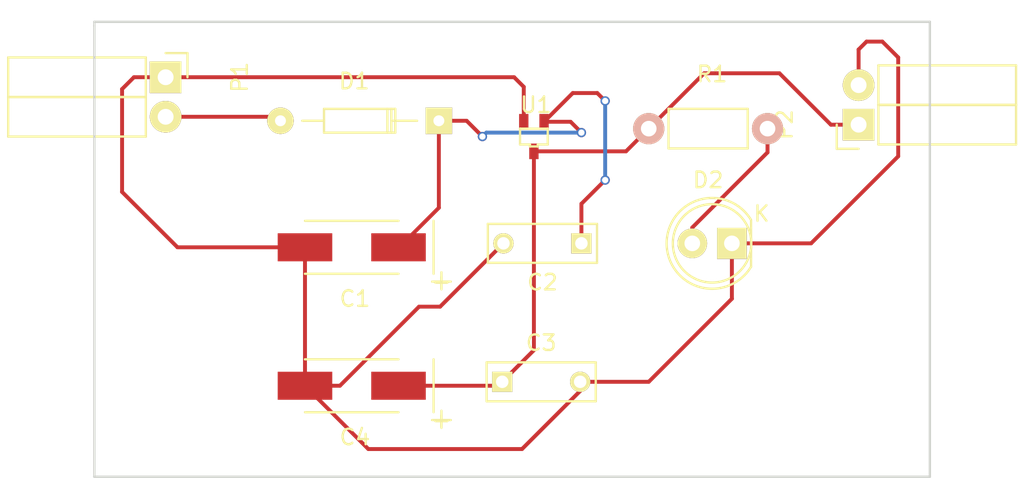
<source format=kicad_pcb>
(kicad_pcb (version 4) (host pcbnew 4.0.2+dfsg1-stable)

  (general
    (links 16)
    (no_connects 0)
    (area 100.254999 75.362999 153.999001 104.723001)
    (thickness 1.6)
    (drawings 5)
    (tracks 61)
    (zones 0)
    (modules 10)
    (nets 6)
  )

  (page A4)
  (layers
    (0 F.Cu signal)
    (31 B.Cu signal)
    (32 B.Adhes user)
    (33 F.Adhes user)
    (34 B.Paste user)
    (35 F.Paste user)
    (36 B.SilkS user)
    (37 F.SilkS user)
    (38 B.Mask user)
    (39 F.Mask user)
    (40 Dwgs.User user)
    (41 Cmts.User user)
    (42 Eco1.User user)
    (43 Eco2.User user)
    (44 Edge.Cuts user)
    (45 Margin user)
    (46 B.CrtYd user)
    (47 F.CrtYd user)
    (48 B.Fab user)
    (49 F.Fab user)
  )

  (setup
    (last_trace_width 0.25)
    (trace_clearance 0.2)
    (zone_clearance 0.508)
    (zone_45_only no)
    (trace_min 0.2)
    (segment_width 0.2)
    (edge_width 0.15)
    (via_size 0.6)
    (via_drill 0.4)
    (via_min_size 0.4)
    (via_min_drill 0.3)
    (uvia_size 0.3)
    (uvia_drill 0.1)
    (uvias_allowed no)
    (uvia_min_size 0.2)
    (uvia_min_drill 0.1)
    (pcb_text_width 0.3)
    (pcb_text_size 1.5 1.5)
    (mod_edge_width 0.15)
    (mod_text_size 1 1)
    (mod_text_width 0.15)
    (pad_size 1.524 1.524)
    (pad_drill 0.762)
    (pad_to_mask_clearance 0.2)
    (aux_axis_origin 0 0)
    (visible_elements FFFFFF7F)
    (pcbplotparams
      (layerselection 0x00030_80000001)
      (usegerberextensions false)
      (excludeedgelayer true)
      (linewidth 0.100000)
      (plotframeref false)
      (viasonmask false)
      (mode 1)
      (useauxorigin false)
      (hpglpennumber 1)
      (hpglpenspeed 20)
      (hpglpendiameter 15)
      (hpglpenoverlay 2)
      (psnegative false)
      (psa4output false)
      (plotreference true)
      (plotvalue true)
      (plotinvisibletext false)
      (padsonsilk false)
      (subtractmaskfromsilk false)
      (outputformat 1)
      (mirror false)
      (drillshape 1)
      (scaleselection 1)
      (outputdirectory ""))
  )

  (net 0 "")
  (net 1 GND)
  (net 2 "Net-(C1-Pad1)")
  (net 3 "Net-(C3-Pad1)")
  (net 4 "Net-(D1-Pad2)")
  (net 5 "Net-(D2-Pad2)")

  (net_class Default "This is the default net class."
    (clearance 0.2)
    (trace_width 0.25)
    (via_dia 0.6)
    (via_drill 0.4)
    (uvia_dia 0.3)
    (uvia_drill 0.1)
    (add_net GND)
    (add_net "Net-(C1-Pad1)")
    (add_net "Net-(C3-Pad1)")
    (add_net "Net-(D1-Pad2)")
    (add_net "Net-(D2-Pad2)")
  )

  (module Capacitors_Tantalum_SMD:TantalC_SizeC_EIA-6032_HandSoldering (layer F.Cu) (tedit 0) (tstamp 5A806EFF)
    (at 116.84 89.916 180)
    (descr "Tantal Cap. , Size C, EIA-6032, Hand Soldering,")
    (tags "Tantal Cap. , Size C, EIA-6032, Hand Soldering,")
    (path /5A806F08)
    (attr smd)
    (fp_text reference C1 (at -0.20066 -3.29946 180) (layer F.SilkS)
      (effects (font (size 1 1) (thickness 0.15)))
    )
    (fp_text value 10uF (at -0.09906 3.59918 180) (layer F.Fab)
      (effects (font (size 1 1) (thickness 0.15)))
    )
    (fp_line (start -5.25018 -1.69926) (end -5.25018 1.69926) (layer F.SilkS) (width 0.15))
    (fp_line (start 2.99974 1.69926) (end -2.99974 1.69926) (layer F.SilkS) (width 0.15))
    (fp_line (start 2.99974 -1.69926) (end -2.99974 -1.69926) (layer F.SilkS) (width 0.15))
    (fp_text user + (at -5.75056 -2.19964 180) (layer F.SilkS)
      (effects (font (size 1 1) (thickness 0.15)))
    )
    (fp_line (start -5.7531 -2.70256) (end -5.7531 -1.60274) (layer F.SilkS) (width 0.15))
    (fp_line (start -6.35254 -2.20218) (end -5.15366 -2.20218) (layer F.SilkS) (width 0.15))
    (pad 2 smd rect (at 2.99974 0 180) (size 3.50012 1.80086) (layers F.Cu F.Paste F.Mask)
      (net 1 GND))
    (pad 1 smd rect (at -2.99974 0 180) (size 3.50012 1.80086) (layers F.Cu F.Paste F.Mask)
      (net 2 "Net-(C1-Pad1)"))
    (model Capacitors_SMD.3dshapes/C_2220.wrl
      (at (xyz 0 0 0))
      (scale (xyz 1 1 1))
      (rotate (xyz 0 0 0))
    )
  )

  (module Capacitors_ThroughHole:C_Rect_L7_W2.5_P5 (layer F.Cu) (tedit 0) (tstamp 5A806F05)
    (at 131.572 89.662 180)
    (descr "Film Capacitor Length 7mm x Width 2.5mm, Pitch 5mm")
    (tags Capacitor)
    (path /5A806F63)
    (fp_text reference C2 (at 2.5 -2.5 180) (layer F.SilkS)
      (effects (font (size 1 1) (thickness 0.15)))
    )
    (fp_text value 100nF (at 2.5 2.5 180) (layer F.Fab)
      (effects (font (size 1 1) (thickness 0.15)))
    )
    (fp_line (start -1.25 -1.5) (end 6.25 -1.5) (layer F.CrtYd) (width 0.05))
    (fp_line (start 6.25 -1.5) (end 6.25 1.5) (layer F.CrtYd) (width 0.05))
    (fp_line (start 6.25 1.5) (end -1.25 1.5) (layer F.CrtYd) (width 0.05))
    (fp_line (start -1.25 1.5) (end -1.25 -1.5) (layer F.CrtYd) (width 0.05))
    (fp_line (start -1 -1.25) (end 6 -1.25) (layer F.SilkS) (width 0.15))
    (fp_line (start 6 -1.25) (end 6 1.25) (layer F.SilkS) (width 0.15))
    (fp_line (start 6 1.25) (end -1 1.25) (layer F.SilkS) (width 0.15))
    (fp_line (start -1 1.25) (end -1 -1.25) (layer F.SilkS) (width 0.15))
    (pad 1 thru_hole rect (at 0 0 180) (size 1.3 1.3) (drill 0.8) (layers *.Cu *.Mask F.SilkS)
      (net 2 "Net-(C1-Pad1)"))
    (pad 2 thru_hole circle (at 5 0 180) (size 1.3 1.3) (drill 0.8) (layers *.Cu *.Mask F.SilkS)
      (net 1 GND))
    (model Capacitors_ThroughHole.3dshapes/C_Rect_L7_W4.5_P5.wrl
      (at (xyz 0.1 0 0))
      (scale (xyz 1 1 1))
      (rotate (xyz 0 0 0))
    )
  )

  (module Capacitors_ThroughHole:C_Rect_L7_W2.5_P5 (layer F.Cu) (tedit 0) (tstamp 5A806F0B)
    (at 126.492 98.552)
    (descr "Film Capacitor Length 7mm x Width 2.5mm, Pitch 5mm")
    (tags Capacitor)
    (path /5A8073B0)
    (fp_text reference C3 (at 2.5 -2.5) (layer F.SilkS)
      (effects (font (size 1 1) (thickness 0.15)))
    )
    (fp_text value 100nF (at 2.5 2.5) (layer F.Fab)
      (effects (font (size 1 1) (thickness 0.15)))
    )
    (fp_line (start -1.25 -1.5) (end 6.25 -1.5) (layer F.CrtYd) (width 0.05))
    (fp_line (start 6.25 -1.5) (end 6.25 1.5) (layer F.CrtYd) (width 0.05))
    (fp_line (start 6.25 1.5) (end -1.25 1.5) (layer F.CrtYd) (width 0.05))
    (fp_line (start -1.25 1.5) (end -1.25 -1.5) (layer F.CrtYd) (width 0.05))
    (fp_line (start -1 -1.25) (end 6 -1.25) (layer F.SilkS) (width 0.15))
    (fp_line (start 6 -1.25) (end 6 1.25) (layer F.SilkS) (width 0.15))
    (fp_line (start 6 1.25) (end -1 1.25) (layer F.SilkS) (width 0.15))
    (fp_line (start -1 1.25) (end -1 -1.25) (layer F.SilkS) (width 0.15))
    (pad 1 thru_hole rect (at 0 0) (size 1.3 1.3) (drill 0.8) (layers *.Cu *.Mask F.SilkS)
      (net 3 "Net-(C3-Pad1)"))
    (pad 2 thru_hole circle (at 5 0) (size 1.3 1.3) (drill 0.8) (layers *.Cu *.Mask F.SilkS)
      (net 1 GND))
    (model Capacitors_ThroughHole.3dshapes/C_Rect_L7_W2_P5.wrl
      (at (xyz 0.1 0 0))
      (scale (xyz 1 1 1))
      (rotate (xyz 0 0 0))
    )
  )

  (module Capacitors_Tantalum_SMD:TantalC_SizeC_EIA-6032_HandSoldering (layer F.Cu) (tedit 0) (tstamp 5A806F11)
    (at 116.84 98.806 180)
    (descr "Tantal Cap. , Size C, EIA-6032, Hand Soldering,")
    (tags "Tantal Cap. , Size C, EIA-6032, Hand Soldering,")
    (path /5A80755B)
    (attr smd)
    (fp_text reference C4 (at -0.20066 -3.29946 180) (layer F.SilkS)
      (effects (font (size 1 1) (thickness 0.15)))
    )
    (fp_text value 220uF (at -0.09906 3.59918 180) (layer F.Fab)
      (effects (font (size 1 1) (thickness 0.15)))
    )
    (fp_line (start -5.25018 -1.69926) (end -5.25018 1.69926) (layer F.SilkS) (width 0.15))
    (fp_line (start 2.99974 1.69926) (end -2.99974 1.69926) (layer F.SilkS) (width 0.15))
    (fp_line (start 2.99974 -1.69926) (end -2.99974 -1.69926) (layer F.SilkS) (width 0.15))
    (fp_text user + (at -5.75056 -2.19964 180) (layer F.SilkS)
      (effects (font (size 1 1) (thickness 0.15)))
    )
    (fp_line (start -5.7531 -2.70256) (end -5.7531 -1.60274) (layer F.SilkS) (width 0.15))
    (fp_line (start -6.35254 -2.20218) (end -5.15366 -2.20218) (layer F.SilkS) (width 0.15))
    (pad 2 smd rect (at 2.99974 0 180) (size 3.50012 1.80086) (layers F.Cu F.Paste F.Mask)
      (net 1 GND))
    (pad 1 smd rect (at -2.99974 0 180) (size 3.50012 1.80086) (layers F.Cu F.Paste F.Mask)
      (net 3 "Net-(C3-Pad1)"))
    (model Capacitors_SMD.3dshapes/C_2220_HandSoldering.wrl
      (at (xyz 0 0 0))
      (scale (xyz 1 1 1))
      (rotate (xyz 0 0 0))
    )
  )

  (module Diodes_ThroughHole:Diode_DO-35_SOD27_Horizontal_RM10 (layer F.Cu) (tedit 552FFC30) (tstamp 5A806F17)
    (at 122.428 81.788 180)
    (descr "Diode, DO-35,  SOD27, Horizontal, RM 10mm")
    (tags "Diode, DO-35, SOD27, Horizontal, RM 10mm, 1N4148,")
    (path /5A806C45)
    (fp_text reference D1 (at 5.43052 2.53746 180) (layer F.SilkS)
      (effects (font (size 1 1) (thickness 0.15)))
    )
    (fp_text value 1N4001 (at 4.41452 -3.55854 180) (layer F.Fab)
      (effects (font (size 1 1) (thickness 0.15)))
    )
    (fp_line (start 7.36652 -0.00254) (end 8.76352 -0.00254) (layer F.SilkS) (width 0.15))
    (fp_line (start 2.92152 -0.00254) (end 1.39752 -0.00254) (layer F.SilkS) (width 0.15))
    (fp_line (start 3.30252 -0.76454) (end 3.30252 0.75946) (layer F.SilkS) (width 0.15))
    (fp_line (start 3.04852 -0.76454) (end 3.04852 0.75946) (layer F.SilkS) (width 0.15))
    (fp_line (start 2.79452 -0.00254) (end 2.79452 0.75946) (layer F.SilkS) (width 0.15))
    (fp_line (start 2.79452 0.75946) (end 7.36652 0.75946) (layer F.SilkS) (width 0.15))
    (fp_line (start 7.36652 0.75946) (end 7.36652 -0.76454) (layer F.SilkS) (width 0.15))
    (fp_line (start 7.36652 -0.76454) (end 2.79452 -0.76454) (layer F.SilkS) (width 0.15))
    (fp_line (start 2.79452 -0.76454) (end 2.79452 -0.00254) (layer F.SilkS) (width 0.15))
    (pad 2 thru_hole circle (at 10.16052 -0.00254) (size 1.69926 1.69926) (drill 0.70104) (layers *.Cu *.Mask F.SilkS)
      (net 4 "Net-(D1-Pad2)"))
    (pad 1 thru_hole rect (at 0.00052 -0.00254) (size 1.69926 1.69926) (drill 0.70104) (layers *.Cu *.Mask F.SilkS)
      (net 2 "Net-(C1-Pad1)"))
    (model Diodes_ThroughHole.3dshapes/Diode_DO-35_SOD27_Horizontal_RM10.wrl
      (at (xyz 0.2 0 0))
      (scale (xyz 0.4 0.4 0.4))
      (rotate (xyz 0 0 180))
    )
  )

  (module LEDs:LED-5MM (layer F.Cu) (tedit 5570F7EA) (tstamp 5A806F1D)
    (at 141.224 89.662 180)
    (descr "LED 5mm round vertical")
    (tags "LED 5mm round vertical")
    (path /5A807712)
    (fp_text reference D2 (at 1.524 4.064 180) (layer F.SilkS)
      (effects (font (size 1 1) (thickness 0.15)))
    )
    (fp_text value LED (at 1.524 -3.937 180) (layer F.Fab)
      (effects (font (size 1 1) (thickness 0.15)))
    )
    (fp_line (start -1.5 -1.55) (end -1.5 1.55) (layer F.CrtYd) (width 0.05))
    (fp_arc (start 1.3 0) (end -1.5 1.55) (angle -302) (layer F.CrtYd) (width 0.05))
    (fp_arc (start 1.27 0) (end -1.23 -1.5) (angle 297.5) (layer F.SilkS) (width 0.15))
    (fp_line (start -1.23 1.5) (end -1.23 -1.5) (layer F.SilkS) (width 0.15))
    (fp_circle (center 1.27 0) (end 0.97 -2.5) (layer F.SilkS) (width 0.15))
    (fp_text user K (at -1.905 1.905 180) (layer F.SilkS)
      (effects (font (size 1 1) (thickness 0.15)))
    )
    (pad 1 thru_hole rect (at 0 0 270) (size 2 1.9) (drill 1.00076) (layers *.Cu *.Mask F.SilkS)
      (net 1 GND))
    (pad 2 thru_hole circle (at 2.54 0 180) (size 1.9 1.9) (drill 1.00076) (layers *.Cu *.Mask F.SilkS)
      (net 5 "Net-(D2-Pad2)"))
    (model LEDs.3dshapes/LED-5MM.wrl
      (at (xyz 0.05 0 0))
      (scale (xyz 1 1 1))
      (rotate (xyz 0 0 90))
    )
  )

  (module Socket_Strips:Socket_Strip_Angled_1x02 (layer F.Cu) (tedit 0) (tstamp 5A806F23)
    (at 104.902 78.994 270)
    (descr "Through hole socket strip")
    (tags "socket strip")
    (path /5A806D55)
    (fp_text reference P1 (at 0 -4.75 270) (layer F.SilkS)
      (effects (font (size 1 1) (thickness 0.15)))
    )
    (fp_text value CONN_01X02 (at 0 -2.75 270) (layer F.Fab)
      (effects (font (size 1 1) (thickness 0.15)))
    )
    (fp_line (start -1.75 -1.5) (end -1.75 10.6) (layer F.CrtYd) (width 0.05))
    (fp_line (start 4.3 -1.5) (end 4.3 10.6) (layer F.CrtYd) (width 0.05))
    (fp_line (start -1.75 -1.5) (end 4.3 -1.5) (layer F.CrtYd) (width 0.05))
    (fp_line (start -1.75 10.6) (end 4.3 10.6) (layer F.CrtYd) (width 0.05))
    (fp_line (start 3.81 10.1) (end 3.81 1.27) (layer F.SilkS) (width 0.15))
    (fp_line (start 1.27 10.1) (end 3.81 10.1) (layer F.SilkS) (width 0.15))
    (fp_line (start 1.27 1.27) (end 1.27 10.1) (layer F.SilkS) (width 0.15))
    (fp_line (start 1.27 1.27) (end 3.81 1.27) (layer F.SilkS) (width 0.15))
    (fp_line (start -1.27 1.27) (end 1.27 1.27) (layer F.SilkS) (width 0.15))
    (fp_line (start 0 -1.4) (end -1.55 -1.4) (layer F.SilkS) (width 0.15))
    (fp_line (start -1.55 -1.4) (end -1.55 0) (layer F.SilkS) (width 0.15))
    (fp_line (start -1.27 1.27) (end -1.27 10.1) (layer F.SilkS) (width 0.15))
    (fp_line (start -1.27 10.1) (end 1.27 10.1) (layer F.SilkS) (width 0.15))
    (fp_line (start 1.27 10.1) (end 1.27 1.27) (layer F.SilkS) (width 0.15))
    (pad 1 thru_hole rect (at 0 0 270) (size 2.032 2.032) (drill 1.016) (layers *.Cu *.Mask F.SilkS)
      (net 1 GND))
    (pad 2 thru_hole oval (at 2.54 0 270) (size 2.032 2.032) (drill 1.016) (layers *.Cu *.Mask F.SilkS)
      (net 4 "Net-(D1-Pad2)"))
    (model Socket_Strips.3dshapes/Socket_Strip_Angled_1x02.wrl
      (at (xyz 0.05 0 0))
      (scale (xyz 1 1 1))
      (rotate (xyz 0 0 180))
    )
  )

  (module Socket_Strips:Socket_Strip_Angled_1x02 (layer F.Cu) (tedit 0) (tstamp 5A806F29)
    (at 149.352 82.042 90)
    (descr "Through hole socket strip")
    (tags "socket strip")
    (path /5A80799B)
    (fp_text reference P2 (at 0 -4.75 90) (layer F.SilkS)
      (effects (font (size 1 1) (thickness 0.15)))
    )
    (fp_text value CONN_01X02 (at 0 -2.75 90) (layer F.Fab)
      (effects (font (size 1 1) (thickness 0.15)))
    )
    (fp_line (start -1.75 -1.5) (end -1.75 10.6) (layer F.CrtYd) (width 0.05))
    (fp_line (start 4.3 -1.5) (end 4.3 10.6) (layer F.CrtYd) (width 0.05))
    (fp_line (start -1.75 -1.5) (end 4.3 -1.5) (layer F.CrtYd) (width 0.05))
    (fp_line (start -1.75 10.6) (end 4.3 10.6) (layer F.CrtYd) (width 0.05))
    (fp_line (start 3.81 10.1) (end 3.81 1.27) (layer F.SilkS) (width 0.15))
    (fp_line (start 1.27 10.1) (end 3.81 10.1) (layer F.SilkS) (width 0.15))
    (fp_line (start 1.27 1.27) (end 1.27 10.1) (layer F.SilkS) (width 0.15))
    (fp_line (start 1.27 1.27) (end 3.81 1.27) (layer F.SilkS) (width 0.15))
    (fp_line (start -1.27 1.27) (end 1.27 1.27) (layer F.SilkS) (width 0.15))
    (fp_line (start 0 -1.4) (end -1.55 -1.4) (layer F.SilkS) (width 0.15))
    (fp_line (start -1.55 -1.4) (end -1.55 0) (layer F.SilkS) (width 0.15))
    (fp_line (start -1.27 1.27) (end -1.27 10.1) (layer F.SilkS) (width 0.15))
    (fp_line (start -1.27 10.1) (end 1.27 10.1) (layer F.SilkS) (width 0.15))
    (fp_line (start 1.27 10.1) (end 1.27 1.27) (layer F.SilkS) (width 0.15))
    (pad 1 thru_hole rect (at 0 0 90) (size 2.032 2.032) (drill 1.016) (layers *.Cu *.Mask F.SilkS)
      (net 3 "Net-(C3-Pad1)"))
    (pad 2 thru_hole oval (at 2.54 0 90) (size 2.032 2.032) (drill 1.016) (layers *.Cu *.Mask F.SilkS)
      (net 1 GND))
    (model Socket_Strips.3dshapes/Socket_Strip_Angled_1x02.wrl
      (at (xyz 0.05 0 0))
      (scale (xyz 1 1 1))
      (rotate (xyz 0 0 180))
    )
  )

  (module TO_SOT_Packages_SMD:SOT-323 (layer F.Cu) (tedit 0) (tstamp 5A806F36)
    (at 128.524 82.804)
    (tags "SMD SOT")
    (path /5A80709C)
    (attr smd)
    (fp_text reference U1 (at 0.127 -2.032) (layer F.SilkS)
      (effects (font (size 1 1) (thickness 0.15)))
    )
    (fp_text value LM7805 (at 0 0) (layer F.Fab)
      (effects (font (size 1 1) (thickness 0.15)))
    )
    (fp_line (start 0.254 0.508) (end 0.889 0.508) (layer F.SilkS) (width 0.15))
    (fp_line (start 0.889 0.508) (end 0.889 -0.508) (layer F.SilkS) (width 0.15))
    (fp_line (start -0.889 -0.508) (end -0.889 0.508) (layer F.SilkS) (width 0.15))
    (fp_line (start -0.889 0.508) (end -0.254 0.508) (layer F.SilkS) (width 0.15))
    (fp_line (start 0.254 0.635) (end 0.254 0.508) (layer F.SilkS) (width 0.15))
    (fp_line (start -0.254 0.508) (end -0.254 0.635) (layer F.SilkS) (width 0.15))
    (fp_line (start 0.889 -0.508) (end -0.889 -0.508) (layer F.SilkS) (width 0.15))
    (fp_line (start -0.254 0.635) (end 0.254 0.635) (layer F.SilkS) (width 0.15))
    (pad 2 smd rect (at -0.65024 -0.94996) (size 0.59944 1.00076) (layers F.Cu F.Paste F.Mask)
      (net 1 GND))
    (pad 1 smd rect (at 0.65024 -0.94996) (size 0.59944 1.00076) (layers F.Cu F.Paste F.Mask)
      (net 2 "Net-(C1-Pad1)"))
    (pad 3 smd rect (at 0 0.94996) (size 0.59944 1.00076) (layers F.Cu F.Paste F.Mask)
      (net 3 "Net-(C3-Pad1)"))
    (model TO_SOT_Packages_SMD.3dshapes/SOT-323.wrl
      (at (xyz 0 0 0.001))
      (scale (xyz 0.3937 0.3937 0.3937))
      (rotate (xyz 0 0 0))
    )
  )

  (module Resistors_ThroughHole:Resistor_Horizontal_RM7mm (layer F.Cu) (tedit 569FCF07) (tstamp 5A806F2F)
    (at 135.89 82.296)
    (descr "Resistor, Axial,  RM 7.62mm, 1/3W,")
    (tags "Resistor Axial RM 7.62mm 1/3W R3")
    (path /5A8076A1)
    (fp_text reference R1 (at 4.05892 -3.50012) (layer F.SilkS)
      (effects (font (size 1 1) (thickness 0.15)))
    )
    (fp_text value 1k (at 3.81 3.81) (layer F.Fab)
      (effects (font (size 1 1) (thickness 0.15)))
    )
    (fp_line (start -1.25 -1.5) (end 8.85 -1.5) (layer F.CrtYd) (width 0.05))
    (fp_line (start -1.25 1.5) (end -1.25 -1.5) (layer F.CrtYd) (width 0.05))
    (fp_line (start 8.85 -1.5) (end 8.85 1.5) (layer F.CrtYd) (width 0.05))
    (fp_line (start -1.25 1.5) (end 8.85 1.5) (layer F.CrtYd) (width 0.05))
    (fp_line (start 1.27 -1.27) (end 6.35 -1.27) (layer F.SilkS) (width 0.15))
    (fp_line (start 6.35 -1.27) (end 6.35 1.27) (layer F.SilkS) (width 0.15))
    (fp_line (start 6.35 1.27) (end 1.27 1.27) (layer F.SilkS) (width 0.15))
    (fp_line (start 1.27 1.27) (end 1.27 -1.27) (layer F.SilkS) (width 0.15))
    (pad 1 thru_hole circle (at 0 0) (size 1.99898 1.99898) (drill 1.00076) (layers *.Cu *.SilkS *.Mask)
      (net 3 "Net-(C3-Pad1)"))
    (pad 2 thru_hole circle (at 7.62 0) (size 1.99898 1.99898) (drill 1.00076) (layers *.Cu *.SilkS *.Mask)
      (net 5 "Net-(D2-Pad2)"))
    (model Resistors_ThroughHole.3dshapes/Resistor_Horizontal_RM10mm.wrl
      (at (xyz 0.15 0 0))
      (scale (xyz 0.3 0.3 0.3))
      (rotate (xyz 0 0 0))
    )
  )

  (gr_line (start 100.33 75.438) (end 100.33 75.692) (angle 90) (layer Edge.Cuts) (width 0.15))
  (gr_line (start 153.924 75.438) (end 100.33 75.438) (angle 90) (layer Edge.Cuts) (width 0.15))
  (gr_line (start 153.924 104.648) (end 153.924 75.438) (angle 90) (layer Edge.Cuts) (width 0.15))
  (gr_line (start 100.33 104.648) (end 153.924 104.648) (angle 90) (layer Edge.Cuts) (width 0.15))
  (gr_line (start 100.33 75.692) (end 100.33 104.648) (angle 90) (layer Edge.Cuts) (width 0.15))

  (segment (start 141.224 89.662) (end 146.304 89.662) (width 0.25) (layer F.Cu) (net 1) (status 400000))
  (segment (start 149.352 77.216) (end 149.352 79.502) (width 0.25) (layer F.Cu) (net 1) (tstamp 5A80736F) (status 800000))
  (segment (start 149.86 76.708) (end 149.352 77.216) (width 0.25) (layer F.Cu) (net 1) (tstamp 5A80736E))
  (segment (start 150.876 76.708) (end 149.86 76.708) (width 0.25) (layer F.Cu) (net 1) (tstamp 5A80736C))
  (segment (start 151.892 77.724) (end 150.876 76.708) (width 0.25) (layer F.Cu) (net 1) (tstamp 5A80736A))
  (segment (start 151.892 84.074) (end 151.892 77.724) (width 0.25) (layer F.Cu) (net 1) (tstamp 5A807368))
  (segment (start 146.304 89.662) (end 151.892 84.074) (width 0.25) (layer F.Cu) (net 1) (tstamp 5A807366))
  (segment (start 141.224 89.662) (end 141.224 93.218) (width 0.25) (layer F.Cu) (net 1) (status 400000))
  (segment (start 135.89 98.552) (end 131.492 98.552) (width 0.25) (layer F.Cu) (net 1) (tstamp 5A807362) (status 800000))
  (segment (start 141.224 93.218) (end 135.89 98.552) (width 0.25) (layer F.Cu) (net 1) (tstamp 5A807360))
  (segment (start 113.84026 98.806) (end 116.078 98.806) (width 0.25) (layer F.Cu) (net 1))
  (segment (start 122.508 93.726) (end 126.572 89.662) (width 0.25) (layer F.Cu) (net 1) (tstamp 5A807322))
  (segment (start 121.158 93.726) (end 122.508 93.726) (width 0.25) (layer F.Cu) (net 1) (tstamp 5A807320))
  (segment (start 116.078 98.806) (end 121.158 93.726) (width 0.25) (layer F.Cu) (net 1) (tstamp 5A80731E))
  (segment (start 131.492 98.552) (end 131.492 99.14) (width 0.25) (layer F.Cu) (net 1))
  (segment (start 131.492 99.14) (end 127.762 102.87) (width 0.25) (layer F.Cu) (net 1) (tstamp 5A807316))
  (segment (start 127.762 102.87) (end 117.90426 102.87) (width 0.25) (layer F.Cu) (net 1) (tstamp 5A807317))
  (segment (start 117.90426 102.87) (end 113.84026 98.806) (width 0.25) (layer F.Cu) (net 1) (tstamp 5A807319))
  (segment (start 113.84026 89.916) (end 113.84026 98.806) (width 0.25) (layer F.Cu) (net 1))
  (segment (start 104.902 78.994) (end 127.254 78.994) (width 0.25) (layer F.Cu) (net 1))
  (segment (start 127.87376 79.61376) (end 127.87376 81.85404) (width 0.25) (layer F.Cu) (net 1) (tstamp 5A80730E))
  (segment (start 127.254 78.994) (end 127.87376 79.61376) (width 0.25) (layer F.Cu) (net 1) (tstamp 5A80730D))
  (segment (start 104.902 78.994) (end 102.87 78.994) (width 0.25) (layer F.Cu) (net 1))
  (segment (start 105.664 89.916) (end 113.84026 89.916) (width 0.25) (layer F.Cu) (net 1) (tstamp 5A807305))
  (segment (start 102.108 86.36) (end 105.664 89.916) (width 0.25) (layer F.Cu) (net 1) (tstamp 5A807303))
  (segment (start 102.108 79.756) (end 102.108 86.36) (width 0.25) (layer F.Cu) (net 1) (tstamp 5A807302))
  (segment (start 102.87 78.994) (end 102.108 79.756) (width 0.25) (layer F.Cu) (net 1) (tstamp 5A807300))
  (segment (start 122.42748 81.79054) (end 124.20854 81.79054) (width 0.25) (layer F.Cu) (net 2) (status 400000))
  (segment (start 130.87604 81.85404) (end 129.17424 81.85404) (width 0.25) (layer F.Cu) (net 2) (tstamp 5A807397) (status 800000))
  (segment (start 131.572 82.55) (end 130.87604 81.85404) (width 0.25) (layer F.Cu) (net 2) (tstamp 5A807396))
  (via (at 131.572 82.55) (size 0.6) (drill 0.4) (layers F.Cu B.Cu) (net 2))
  (segment (start 125.476 82.55) (end 131.572 82.55) (width 0.25) (layer B.Cu) (net 2) (tstamp 5A807394))
  (segment (start 125.222 82.804) (end 125.476 82.55) (width 0.25) (layer B.Cu) (net 2) (tstamp 5A807393))
  (via (at 125.222 82.804) (size 0.6) (drill 0.4) (layers F.Cu B.Cu) (net 2))
  (segment (start 124.20854 81.79054) (end 125.222 82.804) (width 0.25) (layer F.Cu) (net 2) (tstamp 5A807390))
  (segment (start 131.572 89.662) (end 131.572 87.122) (width 0.25) (layer F.Cu) (net 2) (status 400000))
  (segment (start 131.572 87.122) (end 133.096 85.598) (width 0.25) (layer F.Cu) (net 2) (tstamp 5A807384))
  (via (at 133.096 85.598) (size 0.6) (drill 0.4) (layers F.Cu B.Cu) (net 2))
  (segment (start 133.096 85.598) (end 133.096 80.518) (width 0.25) (layer B.Cu) (net 2) (tstamp 5A807387))
  (via (at 133.096 80.518) (size 0.6) (drill 0.4) (layers F.Cu B.Cu) (net 2))
  (segment (start 133.096 80.518) (end 132.588 80.01) (width 0.25) (layer F.Cu) (net 2) (tstamp 5A80738A))
  (segment (start 132.588 80.01) (end 131.01828 80.01) (width 0.25) (layer F.Cu) (net 2) (tstamp 5A80738B))
  (segment (start 131.01828 80.01) (end 129.17424 81.85404) (width 0.25) (layer F.Cu) (net 2) (tstamp 5A80738C) (status 800000))
  (segment (start 119.83974 89.916) (end 119.888 89.916) (width 0.25) (layer F.Cu) (net 2))
  (segment (start 119.888 89.916) (end 122.42748 87.37652) (width 0.25) (layer F.Cu) (net 2) (tstamp 5A807326))
  (segment (start 122.42748 87.37652) (end 122.42748 81.79054) (width 0.25) (layer F.Cu) (net 2) (tstamp 5A807327))
  (segment (start 128.524 83.75396) (end 134.43204 83.75396) (width 0.25) (layer F.Cu) (net 3) (status 400000))
  (segment (start 134.43204 83.75396) (end 135.89 82.296) (width 0.25) (layer F.Cu) (net 3) (tstamp 5A807380) (status 800000))
  (segment (start 149.352 82.042) (end 147.574 82.042) (width 0.25) (layer F.Cu) (net 3) (status 400000))
  (segment (start 147.574 82.042) (end 144.272 78.74) (width 0.25) (layer F.Cu) (net 3) (tstamp 5A807378))
  (segment (start 144.272 78.74) (end 139.446 78.74) (width 0.25) (layer F.Cu) (net 3) (tstamp 5A80737A))
  (segment (start 139.446 78.74) (end 135.89 82.296) (width 0.25) (layer F.Cu) (net 3) (tstamp 5A80737C) (status 800000))
  (segment (start 128.524 83.75396) (end 128.524 96.52) (width 0.25) (layer F.Cu) (net 3))
  (segment (start 128.524 96.52) (end 126.492 98.552) (width 0.25) (layer F.Cu) (net 3) (tstamp 5A80732B))
  (segment (start 119.83974 98.806) (end 126.238 98.806) (width 0.25) (layer F.Cu) (net 3))
  (segment (start 126.238 98.806) (end 126.492 98.552) (width 0.25) (layer F.Cu) (net 3) (tstamp 5A807313))
  (segment (start 104.902 81.534) (end 112.01094 81.534) (width 0.25) (layer F.Cu) (net 4))
  (segment (start 112.01094 81.534) (end 112.26748 81.79054) (width 0.25) (layer F.Cu) (net 4) (tstamp 5A807309))
  (segment (start 138.684 89.662) (end 138.684 88.646) (width 0.25) (layer F.Cu) (net 5) (status 400000))
  (segment (start 143.51 83.82) (end 143.51 82.296) (width 0.25) (layer F.Cu) (net 5) (tstamp 5A807374) (status 800000))
  (segment (start 138.684 88.646) (end 143.51 83.82) (width 0.25) (layer F.Cu) (net 5) (tstamp 5A807372))

)

</source>
